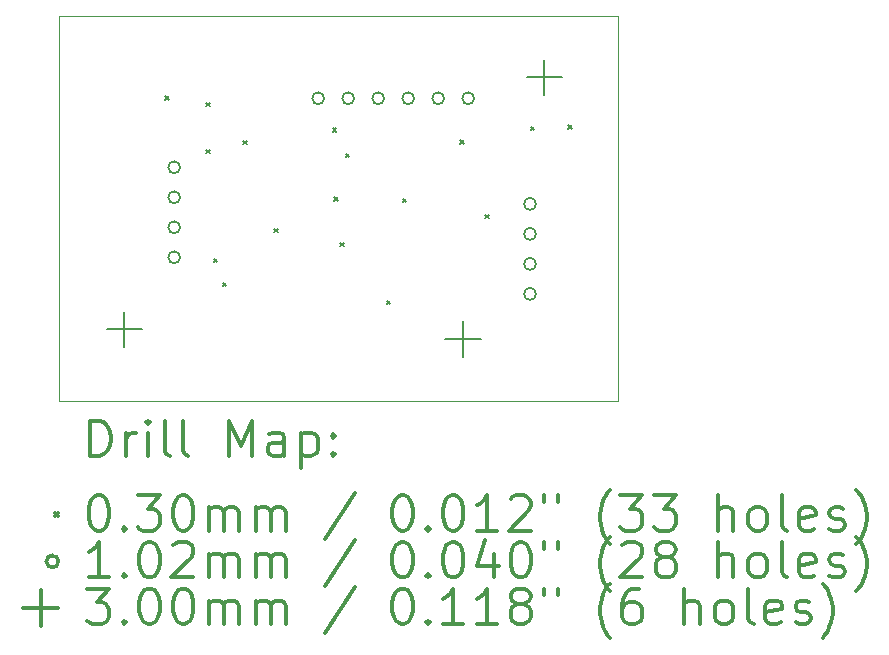
<source format=gbr>
%FSLAX45Y45*%
G04 Gerber Fmt 4.5, Leading zero omitted, Abs format (unit mm)*
G04 Created by KiCad (PCBNEW (2015-07-31 BZR 6030)-product) date Sat Sep 12 09:44:35 2015*
%MOMM*%
G01*
G04 APERTURE LIST*
%ADD10C,0.127000*%
%ADD11C,0.100000*%
%ADD12C,0.200000*%
%ADD13C,0.300000*%
G04 APERTURE END LIST*
D10*
D11*
X21559700Y-7351960D02*
X16825140Y-7351960D01*
X21559700Y-4095680D02*
X21559700Y-7351960D01*
X16825140Y-4095680D02*
X21559700Y-4095680D01*
X16825140Y-7351960D02*
X16825140Y-4095680D01*
D12*
X17724540Y-4776640D02*
X17754540Y-4806640D01*
X17754540Y-4776640D02*
X17724540Y-4806640D01*
X18070160Y-4828640D02*
X18100160Y-4858640D01*
X18100160Y-4828640D02*
X18070160Y-4858640D01*
X18070160Y-4828640D02*
X18100160Y-4858640D01*
X18100160Y-4828640D02*
X18070160Y-4858640D01*
X18070160Y-5229960D02*
X18100160Y-5259960D01*
X18100160Y-5229960D02*
X18070160Y-5259960D01*
X18070160Y-5229960D02*
X18100160Y-5259960D01*
X18100160Y-5229960D02*
X18070160Y-5259960D01*
X18136200Y-6149440D02*
X18166200Y-6179440D01*
X18166200Y-6149440D02*
X18136200Y-6179440D01*
X18136200Y-6149440D02*
X18166200Y-6179440D01*
X18166200Y-6149440D02*
X18136200Y-6179440D01*
X18212400Y-6352640D02*
X18242400Y-6382640D01*
X18242400Y-6352640D02*
X18212400Y-6382640D01*
X18212400Y-6352640D02*
X18242400Y-6382640D01*
X18242400Y-6352640D02*
X18212400Y-6382640D01*
X18385120Y-5153760D02*
X18415120Y-5183760D01*
X18415120Y-5153760D02*
X18385120Y-5183760D01*
X18385120Y-5153760D02*
X18415120Y-5183760D01*
X18415120Y-5153760D02*
X18385120Y-5183760D01*
X18649280Y-5895440D02*
X18679280Y-5925440D01*
X18679280Y-5895440D02*
X18649280Y-5925440D01*
X18649280Y-5895440D02*
X18679280Y-5925440D01*
X18679280Y-5895440D02*
X18649280Y-5925440D01*
X19142040Y-5047080D02*
X19172040Y-5077080D01*
X19172040Y-5047080D02*
X19142040Y-5077080D01*
X19142040Y-5047080D02*
X19172040Y-5077080D01*
X19172040Y-5047080D02*
X19142040Y-5077080D01*
X19157280Y-5631280D02*
X19187280Y-5661280D01*
X19187280Y-5631280D02*
X19157280Y-5661280D01*
X19157280Y-5631280D02*
X19187280Y-5661280D01*
X19187280Y-5631280D02*
X19157280Y-5661280D01*
X19208080Y-6017360D02*
X19238080Y-6047360D01*
X19238080Y-6017360D02*
X19208080Y-6047360D01*
X19208080Y-6017360D02*
X19238080Y-6047360D01*
X19238080Y-6017360D02*
X19208080Y-6047360D01*
X19253800Y-5260440D02*
X19283800Y-5290440D01*
X19283800Y-5260440D02*
X19253800Y-5290440D01*
X19253800Y-5260440D02*
X19283800Y-5290440D01*
X19283800Y-5260440D02*
X19253800Y-5290440D01*
X19599240Y-6505040D02*
X19629240Y-6535040D01*
X19629240Y-6505040D02*
X19599240Y-6535040D01*
X19599240Y-6505040D02*
X19629240Y-6535040D01*
X19629240Y-6505040D02*
X19599240Y-6535040D01*
X19736400Y-5641440D02*
X19766400Y-5671440D01*
X19766400Y-5641440D02*
X19736400Y-5671440D01*
X19736400Y-5641440D02*
X19766400Y-5671440D01*
X19766400Y-5641440D02*
X19736400Y-5671440D01*
X20224080Y-5148680D02*
X20254080Y-5178680D01*
X20254080Y-5148680D02*
X20224080Y-5178680D01*
X20224080Y-5148680D02*
X20254080Y-5178680D01*
X20254080Y-5148680D02*
X20224080Y-5178680D01*
X20432360Y-5778600D02*
X20462360Y-5808600D01*
X20462360Y-5778600D02*
X20432360Y-5808600D01*
X20432360Y-5778600D02*
X20462360Y-5808600D01*
X20462360Y-5778600D02*
X20432360Y-5808600D01*
X20818440Y-5031840D02*
X20848440Y-5061840D01*
X20848440Y-5031840D02*
X20818440Y-5061840D01*
X20818440Y-5031840D02*
X20848440Y-5061840D01*
X20848440Y-5031840D02*
X20818440Y-5061840D01*
X21138480Y-5021680D02*
X21168480Y-5051680D01*
X21168480Y-5021680D02*
X21138480Y-5051680D01*
X21138480Y-5021680D02*
X21168480Y-5051680D01*
X21168480Y-5021680D02*
X21138480Y-5051680D01*
X17851480Y-5377040D02*
G75*
G03X17851480Y-5377040I-50800J0D01*
G01*
X17851480Y-5377040D02*
G75*
G03X17851480Y-5377040I-50800J0D01*
G01*
X17851480Y-5631040D02*
G75*
G03X17851480Y-5631040I-50800J0D01*
G01*
X17851480Y-5631040D02*
G75*
G03X17851480Y-5631040I-50800J0D01*
G01*
X17851480Y-5885040D02*
G75*
G03X17851480Y-5885040I-50800J0D01*
G01*
X17851480Y-5885040D02*
G75*
G03X17851480Y-5885040I-50800J0D01*
G01*
X17851480Y-6139040D02*
G75*
G03X17851480Y-6139040I-50800J0D01*
G01*
X17851480Y-6139040D02*
G75*
G03X17851480Y-6139040I-50800J0D01*
G01*
X19070680Y-4792840D02*
G75*
G03X19070680Y-4792840I-50800J0D01*
G01*
X19070680Y-4792840D02*
G75*
G03X19070680Y-4792840I-50800J0D01*
G01*
X19324680Y-4792840D02*
G75*
G03X19324680Y-4792840I-50800J0D01*
G01*
X19324680Y-4792840D02*
G75*
G03X19324680Y-4792840I-50800J0D01*
G01*
X19578680Y-4792840D02*
G75*
G03X19578680Y-4792840I-50800J0D01*
G01*
X19578680Y-4792840D02*
G75*
G03X19578680Y-4792840I-50800J0D01*
G01*
X19832680Y-4792840D02*
G75*
G03X19832680Y-4792840I-50800J0D01*
G01*
X19832680Y-4792840D02*
G75*
G03X19832680Y-4792840I-50800J0D01*
G01*
X20086680Y-4792840D02*
G75*
G03X20086680Y-4792840I-50800J0D01*
G01*
X20086680Y-4792840D02*
G75*
G03X20086680Y-4792840I-50800J0D01*
G01*
X20340680Y-4792840D02*
G75*
G03X20340680Y-4792840I-50800J0D01*
G01*
X20340680Y-4792840D02*
G75*
G03X20340680Y-4792840I-50800J0D01*
G01*
X20863920Y-5686920D02*
G75*
G03X20863920Y-5686920I-50800J0D01*
G01*
X20863920Y-5686920D02*
G75*
G03X20863920Y-5686920I-50800J0D01*
G01*
X20863920Y-5940920D02*
G75*
G03X20863920Y-5940920I-50800J0D01*
G01*
X20863920Y-5940920D02*
G75*
G03X20863920Y-5940920I-50800J0D01*
G01*
X20863920Y-6194920D02*
G75*
G03X20863920Y-6194920I-50800J0D01*
G01*
X20863920Y-6194920D02*
G75*
G03X20863920Y-6194920I-50800J0D01*
G01*
X20863920Y-6448920D02*
G75*
G03X20863920Y-6448920I-50800J0D01*
G01*
X20863920Y-6448920D02*
G75*
G03X20863920Y-6448920I-50800J0D01*
G01*
X17379040Y-6598640D02*
X17379040Y-6898640D01*
X17229040Y-6748640D02*
X17529040Y-6748640D01*
X17379040Y-6598640D02*
X17379040Y-6898640D01*
X17229040Y-6748640D02*
X17529040Y-6748640D01*
X20244160Y-6679920D02*
X20244160Y-6979920D01*
X20094160Y-6829920D02*
X20394160Y-6829920D01*
X20244160Y-6679920D02*
X20244160Y-6979920D01*
X20094160Y-6829920D02*
X20394160Y-6829920D01*
X20935040Y-4465040D02*
X20935040Y-4765040D01*
X20785040Y-4615040D02*
X21085040Y-4615040D01*
X20935040Y-4465040D02*
X20935040Y-4765040D01*
X20785040Y-4615040D02*
X21085040Y-4615040D01*
D13*
X17091569Y-7822674D02*
X17091569Y-7522674D01*
X17162997Y-7522674D01*
X17205854Y-7536960D01*
X17234426Y-7565531D01*
X17248711Y-7594103D01*
X17262997Y-7651246D01*
X17262997Y-7694103D01*
X17248711Y-7751246D01*
X17234426Y-7779817D01*
X17205854Y-7808389D01*
X17162997Y-7822674D01*
X17091569Y-7822674D01*
X17391569Y-7822674D02*
X17391569Y-7622674D01*
X17391569Y-7679817D02*
X17405854Y-7651246D01*
X17420140Y-7636960D01*
X17448711Y-7622674D01*
X17477283Y-7622674D01*
X17577283Y-7822674D02*
X17577283Y-7622674D01*
X17577283Y-7522674D02*
X17562997Y-7536960D01*
X17577283Y-7551246D01*
X17591569Y-7536960D01*
X17577283Y-7522674D01*
X17577283Y-7551246D01*
X17762997Y-7822674D02*
X17734426Y-7808389D01*
X17720140Y-7779817D01*
X17720140Y-7522674D01*
X17920140Y-7822674D02*
X17891569Y-7808389D01*
X17877283Y-7779817D01*
X17877283Y-7522674D01*
X18262997Y-7822674D02*
X18262997Y-7522674D01*
X18362997Y-7736960D01*
X18462997Y-7522674D01*
X18462997Y-7822674D01*
X18734426Y-7822674D02*
X18734426Y-7665531D01*
X18720140Y-7636960D01*
X18691569Y-7622674D01*
X18634426Y-7622674D01*
X18605854Y-7636960D01*
X18734426Y-7808389D02*
X18705854Y-7822674D01*
X18634426Y-7822674D01*
X18605854Y-7808389D01*
X18591569Y-7779817D01*
X18591569Y-7751246D01*
X18605854Y-7722674D01*
X18634426Y-7708389D01*
X18705854Y-7708389D01*
X18734426Y-7694103D01*
X18877283Y-7622674D02*
X18877283Y-7922674D01*
X18877283Y-7636960D02*
X18905854Y-7622674D01*
X18962997Y-7622674D01*
X18991569Y-7636960D01*
X19005854Y-7651246D01*
X19020140Y-7679817D01*
X19020140Y-7765531D01*
X19005854Y-7794103D01*
X18991569Y-7808389D01*
X18962997Y-7822674D01*
X18905854Y-7822674D01*
X18877283Y-7808389D01*
X19148711Y-7794103D02*
X19162997Y-7808389D01*
X19148711Y-7822674D01*
X19134426Y-7808389D01*
X19148711Y-7794103D01*
X19148711Y-7822674D01*
X19148711Y-7636960D02*
X19162997Y-7651246D01*
X19148711Y-7665531D01*
X19134426Y-7651246D01*
X19148711Y-7636960D01*
X19148711Y-7665531D01*
X16790140Y-8301960D02*
X16820140Y-8331960D01*
X16820140Y-8301960D02*
X16790140Y-8331960D01*
X17148711Y-8152674D02*
X17177283Y-8152674D01*
X17205854Y-8166960D01*
X17220140Y-8181246D01*
X17234426Y-8209817D01*
X17248711Y-8266960D01*
X17248711Y-8338389D01*
X17234426Y-8395532D01*
X17220140Y-8424103D01*
X17205854Y-8438389D01*
X17177283Y-8452674D01*
X17148711Y-8452674D01*
X17120140Y-8438389D01*
X17105854Y-8424103D01*
X17091569Y-8395532D01*
X17077283Y-8338389D01*
X17077283Y-8266960D01*
X17091569Y-8209817D01*
X17105854Y-8181246D01*
X17120140Y-8166960D01*
X17148711Y-8152674D01*
X17377283Y-8424103D02*
X17391569Y-8438389D01*
X17377283Y-8452674D01*
X17362997Y-8438389D01*
X17377283Y-8424103D01*
X17377283Y-8452674D01*
X17491568Y-8152674D02*
X17677283Y-8152674D01*
X17577283Y-8266960D01*
X17620140Y-8266960D01*
X17648711Y-8281246D01*
X17662997Y-8295531D01*
X17677283Y-8324103D01*
X17677283Y-8395532D01*
X17662997Y-8424103D01*
X17648711Y-8438389D01*
X17620140Y-8452674D01*
X17534426Y-8452674D01*
X17505854Y-8438389D01*
X17491568Y-8424103D01*
X17862997Y-8152674D02*
X17891569Y-8152674D01*
X17920140Y-8166960D01*
X17934426Y-8181246D01*
X17948711Y-8209817D01*
X17962997Y-8266960D01*
X17962997Y-8338389D01*
X17948711Y-8395532D01*
X17934426Y-8424103D01*
X17920140Y-8438389D01*
X17891569Y-8452674D01*
X17862997Y-8452674D01*
X17834426Y-8438389D01*
X17820140Y-8424103D01*
X17805854Y-8395532D01*
X17791569Y-8338389D01*
X17791569Y-8266960D01*
X17805854Y-8209817D01*
X17820140Y-8181246D01*
X17834426Y-8166960D01*
X17862997Y-8152674D01*
X18091569Y-8452674D02*
X18091569Y-8252674D01*
X18091569Y-8281246D02*
X18105854Y-8266960D01*
X18134426Y-8252674D01*
X18177283Y-8252674D01*
X18205854Y-8266960D01*
X18220140Y-8295531D01*
X18220140Y-8452674D01*
X18220140Y-8295531D02*
X18234426Y-8266960D01*
X18262997Y-8252674D01*
X18305854Y-8252674D01*
X18334426Y-8266960D01*
X18348711Y-8295531D01*
X18348711Y-8452674D01*
X18491569Y-8452674D02*
X18491569Y-8252674D01*
X18491569Y-8281246D02*
X18505854Y-8266960D01*
X18534426Y-8252674D01*
X18577283Y-8252674D01*
X18605854Y-8266960D01*
X18620140Y-8295531D01*
X18620140Y-8452674D01*
X18620140Y-8295531D02*
X18634426Y-8266960D01*
X18662997Y-8252674D01*
X18705854Y-8252674D01*
X18734426Y-8266960D01*
X18748711Y-8295531D01*
X18748711Y-8452674D01*
X19334426Y-8138389D02*
X19077283Y-8524103D01*
X19720140Y-8152674D02*
X19748711Y-8152674D01*
X19777283Y-8166960D01*
X19791568Y-8181246D01*
X19805854Y-8209817D01*
X19820140Y-8266960D01*
X19820140Y-8338389D01*
X19805854Y-8395532D01*
X19791568Y-8424103D01*
X19777283Y-8438389D01*
X19748711Y-8452674D01*
X19720140Y-8452674D01*
X19691568Y-8438389D01*
X19677283Y-8424103D01*
X19662997Y-8395532D01*
X19648711Y-8338389D01*
X19648711Y-8266960D01*
X19662997Y-8209817D01*
X19677283Y-8181246D01*
X19691568Y-8166960D01*
X19720140Y-8152674D01*
X19948711Y-8424103D02*
X19962997Y-8438389D01*
X19948711Y-8452674D01*
X19934426Y-8438389D01*
X19948711Y-8424103D01*
X19948711Y-8452674D01*
X20148711Y-8152674D02*
X20177283Y-8152674D01*
X20205854Y-8166960D01*
X20220140Y-8181246D01*
X20234426Y-8209817D01*
X20248711Y-8266960D01*
X20248711Y-8338389D01*
X20234426Y-8395532D01*
X20220140Y-8424103D01*
X20205854Y-8438389D01*
X20177283Y-8452674D01*
X20148711Y-8452674D01*
X20120140Y-8438389D01*
X20105854Y-8424103D01*
X20091568Y-8395532D01*
X20077283Y-8338389D01*
X20077283Y-8266960D01*
X20091568Y-8209817D01*
X20105854Y-8181246D01*
X20120140Y-8166960D01*
X20148711Y-8152674D01*
X20534426Y-8452674D02*
X20362997Y-8452674D01*
X20448711Y-8452674D02*
X20448711Y-8152674D01*
X20420140Y-8195531D01*
X20391568Y-8224103D01*
X20362997Y-8238389D01*
X20648711Y-8181246D02*
X20662997Y-8166960D01*
X20691568Y-8152674D01*
X20762997Y-8152674D01*
X20791568Y-8166960D01*
X20805854Y-8181246D01*
X20820140Y-8209817D01*
X20820140Y-8238389D01*
X20805854Y-8281246D01*
X20634426Y-8452674D01*
X20820140Y-8452674D01*
X20934426Y-8152674D02*
X20934426Y-8209817D01*
X21048711Y-8152674D02*
X21048711Y-8209817D01*
X21491568Y-8566960D02*
X21477283Y-8552674D01*
X21448711Y-8509817D01*
X21434426Y-8481246D01*
X21420140Y-8438389D01*
X21405854Y-8366960D01*
X21405854Y-8309817D01*
X21420140Y-8238389D01*
X21434426Y-8195531D01*
X21448711Y-8166960D01*
X21477283Y-8124103D01*
X21491568Y-8109817D01*
X21577283Y-8152674D02*
X21762997Y-8152674D01*
X21662997Y-8266960D01*
X21705854Y-8266960D01*
X21734426Y-8281246D01*
X21748711Y-8295531D01*
X21762997Y-8324103D01*
X21762997Y-8395532D01*
X21748711Y-8424103D01*
X21734426Y-8438389D01*
X21705854Y-8452674D01*
X21620140Y-8452674D01*
X21591568Y-8438389D01*
X21577283Y-8424103D01*
X21862997Y-8152674D02*
X22048711Y-8152674D01*
X21948711Y-8266960D01*
X21991568Y-8266960D01*
X22020140Y-8281246D01*
X22034426Y-8295531D01*
X22048711Y-8324103D01*
X22048711Y-8395532D01*
X22034426Y-8424103D01*
X22020140Y-8438389D01*
X21991568Y-8452674D01*
X21905854Y-8452674D01*
X21877283Y-8438389D01*
X21862997Y-8424103D01*
X22405854Y-8452674D02*
X22405854Y-8152674D01*
X22534425Y-8452674D02*
X22534425Y-8295531D01*
X22520140Y-8266960D01*
X22491568Y-8252674D01*
X22448711Y-8252674D01*
X22420140Y-8266960D01*
X22405854Y-8281246D01*
X22720140Y-8452674D02*
X22691568Y-8438389D01*
X22677283Y-8424103D01*
X22662997Y-8395532D01*
X22662997Y-8309817D01*
X22677283Y-8281246D01*
X22691568Y-8266960D01*
X22720140Y-8252674D01*
X22762997Y-8252674D01*
X22791568Y-8266960D01*
X22805854Y-8281246D01*
X22820140Y-8309817D01*
X22820140Y-8395532D01*
X22805854Y-8424103D01*
X22791568Y-8438389D01*
X22762997Y-8452674D01*
X22720140Y-8452674D01*
X22991568Y-8452674D02*
X22962997Y-8438389D01*
X22948711Y-8409817D01*
X22948711Y-8152674D01*
X23220140Y-8438389D02*
X23191568Y-8452674D01*
X23134426Y-8452674D01*
X23105854Y-8438389D01*
X23091568Y-8409817D01*
X23091568Y-8295531D01*
X23105854Y-8266960D01*
X23134426Y-8252674D01*
X23191568Y-8252674D01*
X23220140Y-8266960D01*
X23234426Y-8295531D01*
X23234426Y-8324103D01*
X23091568Y-8352674D01*
X23348711Y-8438389D02*
X23377283Y-8452674D01*
X23434426Y-8452674D01*
X23462997Y-8438389D01*
X23477283Y-8409817D01*
X23477283Y-8395532D01*
X23462997Y-8366960D01*
X23434426Y-8352674D01*
X23391568Y-8352674D01*
X23362997Y-8338389D01*
X23348711Y-8309817D01*
X23348711Y-8295531D01*
X23362997Y-8266960D01*
X23391568Y-8252674D01*
X23434426Y-8252674D01*
X23462997Y-8266960D01*
X23577283Y-8566960D02*
X23591568Y-8552674D01*
X23620140Y-8509817D01*
X23634426Y-8481246D01*
X23648711Y-8438389D01*
X23662997Y-8366960D01*
X23662997Y-8309817D01*
X23648711Y-8238389D01*
X23634426Y-8195531D01*
X23620140Y-8166960D01*
X23591568Y-8124103D01*
X23577283Y-8109817D01*
X16820140Y-8712960D02*
G75*
G03X16820140Y-8712960I-50800J0D01*
G01*
X17248711Y-8848674D02*
X17077283Y-8848674D01*
X17162997Y-8848674D02*
X17162997Y-8548674D01*
X17134426Y-8591532D01*
X17105854Y-8620103D01*
X17077283Y-8634389D01*
X17377283Y-8820103D02*
X17391569Y-8834389D01*
X17377283Y-8848674D01*
X17362997Y-8834389D01*
X17377283Y-8820103D01*
X17377283Y-8848674D01*
X17577283Y-8548674D02*
X17605854Y-8548674D01*
X17634426Y-8562960D01*
X17648711Y-8577246D01*
X17662997Y-8605817D01*
X17677283Y-8662960D01*
X17677283Y-8734389D01*
X17662997Y-8791532D01*
X17648711Y-8820103D01*
X17634426Y-8834389D01*
X17605854Y-8848674D01*
X17577283Y-8848674D01*
X17548711Y-8834389D01*
X17534426Y-8820103D01*
X17520140Y-8791532D01*
X17505854Y-8734389D01*
X17505854Y-8662960D01*
X17520140Y-8605817D01*
X17534426Y-8577246D01*
X17548711Y-8562960D01*
X17577283Y-8548674D01*
X17791569Y-8577246D02*
X17805854Y-8562960D01*
X17834426Y-8548674D01*
X17905854Y-8548674D01*
X17934426Y-8562960D01*
X17948711Y-8577246D01*
X17962997Y-8605817D01*
X17962997Y-8634389D01*
X17948711Y-8677246D01*
X17777283Y-8848674D01*
X17962997Y-8848674D01*
X18091569Y-8848674D02*
X18091569Y-8648674D01*
X18091569Y-8677246D02*
X18105854Y-8662960D01*
X18134426Y-8648674D01*
X18177283Y-8648674D01*
X18205854Y-8662960D01*
X18220140Y-8691532D01*
X18220140Y-8848674D01*
X18220140Y-8691532D02*
X18234426Y-8662960D01*
X18262997Y-8648674D01*
X18305854Y-8648674D01*
X18334426Y-8662960D01*
X18348711Y-8691532D01*
X18348711Y-8848674D01*
X18491569Y-8848674D02*
X18491569Y-8648674D01*
X18491569Y-8677246D02*
X18505854Y-8662960D01*
X18534426Y-8648674D01*
X18577283Y-8648674D01*
X18605854Y-8662960D01*
X18620140Y-8691532D01*
X18620140Y-8848674D01*
X18620140Y-8691532D02*
X18634426Y-8662960D01*
X18662997Y-8648674D01*
X18705854Y-8648674D01*
X18734426Y-8662960D01*
X18748711Y-8691532D01*
X18748711Y-8848674D01*
X19334426Y-8534389D02*
X19077283Y-8920103D01*
X19720140Y-8548674D02*
X19748711Y-8548674D01*
X19777283Y-8562960D01*
X19791568Y-8577246D01*
X19805854Y-8605817D01*
X19820140Y-8662960D01*
X19820140Y-8734389D01*
X19805854Y-8791532D01*
X19791568Y-8820103D01*
X19777283Y-8834389D01*
X19748711Y-8848674D01*
X19720140Y-8848674D01*
X19691568Y-8834389D01*
X19677283Y-8820103D01*
X19662997Y-8791532D01*
X19648711Y-8734389D01*
X19648711Y-8662960D01*
X19662997Y-8605817D01*
X19677283Y-8577246D01*
X19691568Y-8562960D01*
X19720140Y-8548674D01*
X19948711Y-8820103D02*
X19962997Y-8834389D01*
X19948711Y-8848674D01*
X19934426Y-8834389D01*
X19948711Y-8820103D01*
X19948711Y-8848674D01*
X20148711Y-8548674D02*
X20177283Y-8548674D01*
X20205854Y-8562960D01*
X20220140Y-8577246D01*
X20234426Y-8605817D01*
X20248711Y-8662960D01*
X20248711Y-8734389D01*
X20234426Y-8791532D01*
X20220140Y-8820103D01*
X20205854Y-8834389D01*
X20177283Y-8848674D01*
X20148711Y-8848674D01*
X20120140Y-8834389D01*
X20105854Y-8820103D01*
X20091568Y-8791532D01*
X20077283Y-8734389D01*
X20077283Y-8662960D01*
X20091568Y-8605817D01*
X20105854Y-8577246D01*
X20120140Y-8562960D01*
X20148711Y-8548674D01*
X20505854Y-8648674D02*
X20505854Y-8848674D01*
X20434426Y-8534389D02*
X20362997Y-8748674D01*
X20548711Y-8748674D01*
X20720140Y-8548674D02*
X20748711Y-8548674D01*
X20777283Y-8562960D01*
X20791568Y-8577246D01*
X20805854Y-8605817D01*
X20820140Y-8662960D01*
X20820140Y-8734389D01*
X20805854Y-8791532D01*
X20791568Y-8820103D01*
X20777283Y-8834389D01*
X20748711Y-8848674D01*
X20720140Y-8848674D01*
X20691568Y-8834389D01*
X20677283Y-8820103D01*
X20662997Y-8791532D01*
X20648711Y-8734389D01*
X20648711Y-8662960D01*
X20662997Y-8605817D01*
X20677283Y-8577246D01*
X20691568Y-8562960D01*
X20720140Y-8548674D01*
X20934426Y-8548674D02*
X20934426Y-8605817D01*
X21048711Y-8548674D02*
X21048711Y-8605817D01*
X21491568Y-8962960D02*
X21477283Y-8948674D01*
X21448711Y-8905817D01*
X21434426Y-8877246D01*
X21420140Y-8834389D01*
X21405854Y-8762960D01*
X21405854Y-8705817D01*
X21420140Y-8634389D01*
X21434426Y-8591532D01*
X21448711Y-8562960D01*
X21477283Y-8520103D01*
X21491568Y-8505817D01*
X21591568Y-8577246D02*
X21605854Y-8562960D01*
X21634426Y-8548674D01*
X21705854Y-8548674D01*
X21734426Y-8562960D01*
X21748711Y-8577246D01*
X21762997Y-8605817D01*
X21762997Y-8634389D01*
X21748711Y-8677246D01*
X21577283Y-8848674D01*
X21762997Y-8848674D01*
X21934426Y-8677246D02*
X21905854Y-8662960D01*
X21891568Y-8648674D01*
X21877283Y-8620103D01*
X21877283Y-8605817D01*
X21891568Y-8577246D01*
X21905854Y-8562960D01*
X21934426Y-8548674D01*
X21991568Y-8548674D01*
X22020140Y-8562960D01*
X22034426Y-8577246D01*
X22048711Y-8605817D01*
X22048711Y-8620103D01*
X22034426Y-8648674D01*
X22020140Y-8662960D01*
X21991568Y-8677246D01*
X21934426Y-8677246D01*
X21905854Y-8691532D01*
X21891568Y-8705817D01*
X21877283Y-8734389D01*
X21877283Y-8791532D01*
X21891568Y-8820103D01*
X21905854Y-8834389D01*
X21934426Y-8848674D01*
X21991568Y-8848674D01*
X22020140Y-8834389D01*
X22034426Y-8820103D01*
X22048711Y-8791532D01*
X22048711Y-8734389D01*
X22034426Y-8705817D01*
X22020140Y-8691532D01*
X21991568Y-8677246D01*
X22405854Y-8848674D02*
X22405854Y-8548674D01*
X22534425Y-8848674D02*
X22534425Y-8691532D01*
X22520140Y-8662960D01*
X22491568Y-8648674D01*
X22448711Y-8648674D01*
X22420140Y-8662960D01*
X22405854Y-8677246D01*
X22720140Y-8848674D02*
X22691568Y-8834389D01*
X22677283Y-8820103D01*
X22662997Y-8791532D01*
X22662997Y-8705817D01*
X22677283Y-8677246D01*
X22691568Y-8662960D01*
X22720140Y-8648674D01*
X22762997Y-8648674D01*
X22791568Y-8662960D01*
X22805854Y-8677246D01*
X22820140Y-8705817D01*
X22820140Y-8791532D01*
X22805854Y-8820103D01*
X22791568Y-8834389D01*
X22762997Y-8848674D01*
X22720140Y-8848674D01*
X22991568Y-8848674D02*
X22962997Y-8834389D01*
X22948711Y-8805817D01*
X22948711Y-8548674D01*
X23220140Y-8834389D02*
X23191568Y-8848674D01*
X23134426Y-8848674D01*
X23105854Y-8834389D01*
X23091568Y-8805817D01*
X23091568Y-8691532D01*
X23105854Y-8662960D01*
X23134426Y-8648674D01*
X23191568Y-8648674D01*
X23220140Y-8662960D01*
X23234426Y-8691532D01*
X23234426Y-8720103D01*
X23091568Y-8748674D01*
X23348711Y-8834389D02*
X23377283Y-8848674D01*
X23434426Y-8848674D01*
X23462997Y-8834389D01*
X23477283Y-8805817D01*
X23477283Y-8791532D01*
X23462997Y-8762960D01*
X23434426Y-8748674D01*
X23391568Y-8748674D01*
X23362997Y-8734389D01*
X23348711Y-8705817D01*
X23348711Y-8691532D01*
X23362997Y-8662960D01*
X23391568Y-8648674D01*
X23434426Y-8648674D01*
X23462997Y-8662960D01*
X23577283Y-8962960D02*
X23591568Y-8948674D01*
X23620140Y-8905817D01*
X23634426Y-8877246D01*
X23648711Y-8834389D01*
X23662997Y-8762960D01*
X23662997Y-8705817D01*
X23648711Y-8634389D01*
X23634426Y-8591532D01*
X23620140Y-8562960D01*
X23591568Y-8520103D01*
X23577283Y-8505817D01*
X16670140Y-8958960D02*
X16670140Y-9258960D01*
X16520140Y-9108960D02*
X16820140Y-9108960D01*
X17062997Y-8944674D02*
X17248711Y-8944674D01*
X17148711Y-9058960D01*
X17191569Y-9058960D01*
X17220140Y-9073246D01*
X17234426Y-9087532D01*
X17248711Y-9116103D01*
X17248711Y-9187532D01*
X17234426Y-9216103D01*
X17220140Y-9230389D01*
X17191569Y-9244674D01*
X17105854Y-9244674D01*
X17077283Y-9230389D01*
X17062997Y-9216103D01*
X17377283Y-9216103D02*
X17391569Y-9230389D01*
X17377283Y-9244674D01*
X17362997Y-9230389D01*
X17377283Y-9216103D01*
X17377283Y-9244674D01*
X17577283Y-8944674D02*
X17605854Y-8944674D01*
X17634426Y-8958960D01*
X17648711Y-8973246D01*
X17662997Y-9001817D01*
X17677283Y-9058960D01*
X17677283Y-9130389D01*
X17662997Y-9187532D01*
X17648711Y-9216103D01*
X17634426Y-9230389D01*
X17605854Y-9244674D01*
X17577283Y-9244674D01*
X17548711Y-9230389D01*
X17534426Y-9216103D01*
X17520140Y-9187532D01*
X17505854Y-9130389D01*
X17505854Y-9058960D01*
X17520140Y-9001817D01*
X17534426Y-8973246D01*
X17548711Y-8958960D01*
X17577283Y-8944674D01*
X17862997Y-8944674D02*
X17891569Y-8944674D01*
X17920140Y-8958960D01*
X17934426Y-8973246D01*
X17948711Y-9001817D01*
X17962997Y-9058960D01*
X17962997Y-9130389D01*
X17948711Y-9187532D01*
X17934426Y-9216103D01*
X17920140Y-9230389D01*
X17891569Y-9244674D01*
X17862997Y-9244674D01*
X17834426Y-9230389D01*
X17820140Y-9216103D01*
X17805854Y-9187532D01*
X17791569Y-9130389D01*
X17791569Y-9058960D01*
X17805854Y-9001817D01*
X17820140Y-8973246D01*
X17834426Y-8958960D01*
X17862997Y-8944674D01*
X18091569Y-9244674D02*
X18091569Y-9044674D01*
X18091569Y-9073246D02*
X18105854Y-9058960D01*
X18134426Y-9044674D01*
X18177283Y-9044674D01*
X18205854Y-9058960D01*
X18220140Y-9087532D01*
X18220140Y-9244674D01*
X18220140Y-9087532D02*
X18234426Y-9058960D01*
X18262997Y-9044674D01*
X18305854Y-9044674D01*
X18334426Y-9058960D01*
X18348711Y-9087532D01*
X18348711Y-9244674D01*
X18491569Y-9244674D02*
X18491569Y-9044674D01*
X18491569Y-9073246D02*
X18505854Y-9058960D01*
X18534426Y-9044674D01*
X18577283Y-9044674D01*
X18605854Y-9058960D01*
X18620140Y-9087532D01*
X18620140Y-9244674D01*
X18620140Y-9087532D02*
X18634426Y-9058960D01*
X18662997Y-9044674D01*
X18705854Y-9044674D01*
X18734426Y-9058960D01*
X18748711Y-9087532D01*
X18748711Y-9244674D01*
X19334426Y-8930389D02*
X19077283Y-9316103D01*
X19720140Y-8944674D02*
X19748711Y-8944674D01*
X19777283Y-8958960D01*
X19791568Y-8973246D01*
X19805854Y-9001817D01*
X19820140Y-9058960D01*
X19820140Y-9130389D01*
X19805854Y-9187532D01*
X19791568Y-9216103D01*
X19777283Y-9230389D01*
X19748711Y-9244674D01*
X19720140Y-9244674D01*
X19691568Y-9230389D01*
X19677283Y-9216103D01*
X19662997Y-9187532D01*
X19648711Y-9130389D01*
X19648711Y-9058960D01*
X19662997Y-9001817D01*
X19677283Y-8973246D01*
X19691568Y-8958960D01*
X19720140Y-8944674D01*
X19948711Y-9216103D02*
X19962997Y-9230389D01*
X19948711Y-9244674D01*
X19934426Y-9230389D01*
X19948711Y-9216103D01*
X19948711Y-9244674D01*
X20248711Y-9244674D02*
X20077283Y-9244674D01*
X20162997Y-9244674D02*
X20162997Y-8944674D01*
X20134426Y-8987532D01*
X20105854Y-9016103D01*
X20077283Y-9030389D01*
X20534426Y-9244674D02*
X20362997Y-9244674D01*
X20448711Y-9244674D02*
X20448711Y-8944674D01*
X20420140Y-8987532D01*
X20391568Y-9016103D01*
X20362997Y-9030389D01*
X20705854Y-9073246D02*
X20677283Y-9058960D01*
X20662997Y-9044674D01*
X20648711Y-9016103D01*
X20648711Y-9001817D01*
X20662997Y-8973246D01*
X20677283Y-8958960D01*
X20705854Y-8944674D01*
X20762997Y-8944674D01*
X20791568Y-8958960D01*
X20805854Y-8973246D01*
X20820140Y-9001817D01*
X20820140Y-9016103D01*
X20805854Y-9044674D01*
X20791568Y-9058960D01*
X20762997Y-9073246D01*
X20705854Y-9073246D01*
X20677283Y-9087532D01*
X20662997Y-9101817D01*
X20648711Y-9130389D01*
X20648711Y-9187532D01*
X20662997Y-9216103D01*
X20677283Y-9230389D01*
X20705854Y-9244674D01*
X20762997Y-9244674D01*
X20791568Y-9230389D01*
X20805854Y-9216103D01*
X20820140Y-9187532D01*
X20820140Y-9130389D01*
X20805854Y-9101817D01*
X20791568Y-9087532D01*
X20762997Y-9073246D01*
X20934426Y-8944674D02*
X20934426Y-9001817D01*
X21048711Y-8944674D02*
X21048711Y-9001817D01*
X21491568Y-9358960D02*
X21477283Y-9344674D01*
X21448711Y-9301817D01*
X21434426Y-9273246D01*
X21420140Y-9230389D01*
X21405854Y-9158960D01*
X21405854Y-9101817D01*
X21420140Y-9030389D01*
X21434426Y-8987532D01*
X21448711Y-8958960D01*
X21477283Y-8916103D01*
X21491568Y-8901817D01*
X21734426Y-8944674D02*
X21677283Y-8944674D01*
X21648711Y-8958960D01*
X21634426Y-8973246D01*
X21605854Y-9016103D01*
X21591568Y-9073246D01*
X21591568Y-9187532D01*
X21605854Y-9216103D01*
X21620140Y-9230389D01*
X21648711Y-9244674D01*
X21705854Y-9244674D01*
X21734426Y-9230389D01*
X21748711Y-9216103D01*
X21762997Y-9187532D01*
X21762997Y-9116103D01*
X21748711Y-9087532D01*
X21734426Y-9073246D01*
X21705854Y-9058960D01*
X21648711Y-9058960D01*
X21620140Y-9073246D01*
X21605854Y-9087532D01*
X21591568Y-9116103D01*
X22120140Y-9244674D02*
X22120140Y-8944674D01*
X22248711Y-9244674D02*
X22248711Y-9087532D01*
X22234426Y-9058960D01*
X22205854Y-9044674D01*
X22162997Y-9044674D01*
X22134426Y-9058960D01*
X22120140Y-9073246D01*
X22434425Y-9244674D02*
X22405854Y-9230389D01*
X22391568Y-9216103D01*
X22377283Y-9187532D01*
X22377283Y-9101817D01*
X22391568Y-9073246D01*
X22405854Y-9058960D01*
X22434425Y-9044674D01*
X22477283Y-9044674D01*
X22505854Y-9058960D01*
X22520140Y-9073246D01*
X22534425Y-9101817D01*
X22534425Y-9187532D01*
X22520140Y-9216103D01*
X22505854Y-9230389D01*
X22477283Y-9244674D01*
X22434425Y-9244674D01*
X22705854Y-9244674D02*
X22677283Y-9230389D01*
X22662997Y-9201817D01*
X22662997Y-8944674D01*
X22934426Y-9230389D02*
X22905854Y-9244674D01*
X22848711Y-9244674D01*
X22820140Y-9230389D01*
X22805854Y-9201817D01*
X22805854Y-9087532D01*
X22820140Y-9058960D01*
X22848711Y-9044674D01*
X22905854Y-9044674D01*
X22934426Y-9058960D01*
X22948711Y-9087532D01*
X22948711Y-9116103D01*
X22805854Y-9144674D01*
X23062997Y-9230389D02*
X23091568Y-9244674D01*
X23148711Y-9244674D01*
X23177283Y-9230389D01*
X23191568Y-9201817D01*
X23191568Y-9187532D01*
X23177283Y-9158960D01*
X23148711Y-9144674D01*
X23105854Y-9144674D01*
X23077283Y-9130389D01*
X23062997Y-9101817D01*
X23062997Y-9087532D01*
X23077283Y-9058960D01*
X23105854Y-9044674D01*
X23148711Y-9044674D01*
X23177283Y-9058960D01*
X23291568Y-9358960D02*
X23305854Y-9344674D01*
X23334426Y-9301817D01*
X23348711Y-9273246D01*
X23362997Y-9230389D01*
X23377283Y-9158960D01*
X23377283Y-9101817D01*
X23362997Y-9030389D01*
X23348711Y-8987532D01*
X23334426Y-8958960D01*
X23305854Y-8916103D01*
X23291568Y-8901817D01*
M02*

</source>
